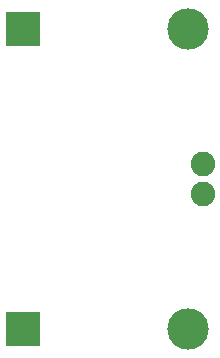
<source format=gbr>
G04 EAGLE Gerber RS-274X export*
G75*
%MOMM*%
%FSLAX34Y34*%
%LPD*%
%INSoldermask Top*%
%IPPOS*%
%AMOC8*
5,1,8,0,0,1.08239X$1,22.5*%
G01*
%ADD10R,2.984500X2.984500*%
%ADD11C,3.505200*%
%ADD12C,2.082800*%


D10*
X101600Y279400D03*
X101600Y25400D03*
D11*
X241300Y25400D03*
X241300Y279400D03*
D12*
X254000Y165100D03*
X254000Y139700D03*
M02*

</source>
